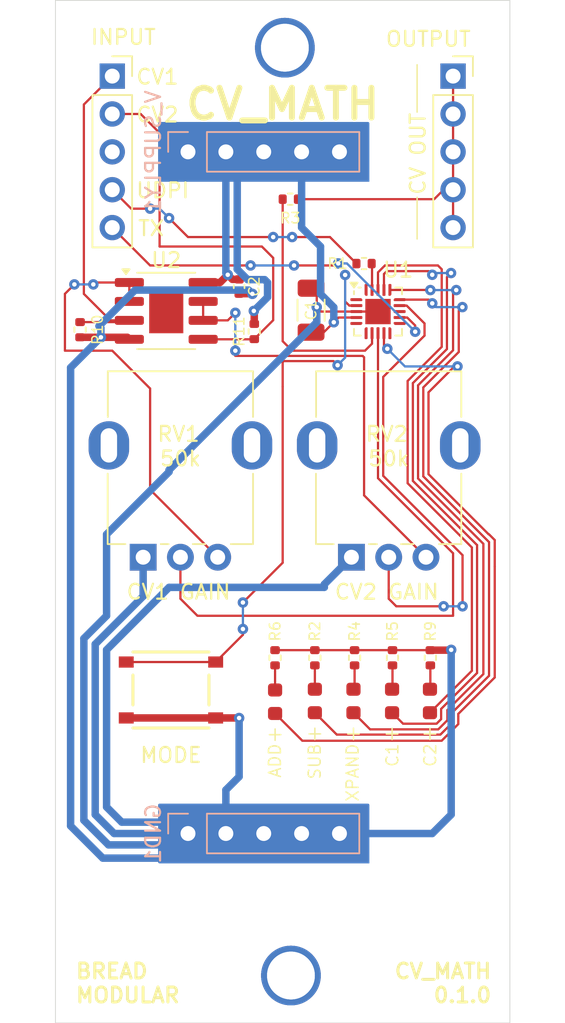
<source format=kicad_pcb>
(kicad_pcb (version 20240108) (generator "pcbnew") (generator_version "8.0")
  (layers (0 "F.Cu" signal) (31 "B.Cu" signal) (34 "B.Paste" user) (35 "F.Paste" user) (36 "B.SilkS" user "B.Silkscreen") (37 "F.SilkS" user "F.Silkscreen") (38 "B.Mask" user) (39 "F.Mask" user) (44 "Edge.Cuts" user))
  (net 0 "")
  (net 1 "GND")
  (net 2 "Net-(D1-K)")
  (net 3 "Net-(D1-A)")
  (net 4 "Net-(D2-A)")
  (net 5 "Net-(D2-K)")
  (net 6 "Net-(D3-K)")
  (net 7 "Net-(D3-A)")
  (net 8 "Net-(D4-K)")
  (net 9 "Net-(D4-A)")
  (net 10 "Net-(D5-K)")
  (net 11 "Net-(D5-A)")
  (net 12 "V_SUPPLY")
  (net 13 "UDPI")
  (net 14 "CV1")
  (net 15 "CV2")
  (net 16 "TX")
  (net 17 "Net-(MODE_TOGGLE1-A)")
  (net 18 "CV_OUT")
  (net 19 "Net-(U1-~{RESET}{slash}PA0)")
  (net 20 "Net-(U1-PA6)")
  (net 21 "BUFF_CV1")
  (net 22 "Net-(U2A--)")
  (net 23 "Net-(U2B--)")
  (net 24 "BUFF_CV2")
  (footprint "Package_SO:SOIC-8-1EP_3.9x4.9mm_P1.27mm_EP2.29x3mm" (layer "F.Cu") (at 54.421 61.468)
    (property "Reference" "U2" (at 0 -3.4 0) (layer "F.SilkS"))
    (property "Value" "MCP6002-xSN")
    (pad "1" smd roundrect (at -2.475 -1.905) (size 1.95 0.6) (layers "F.Cu" "F.Paste" "F.Mask") (net 22 "Net-(U2A--)"))
    (pad "2" smd roundrect (at -2.475 -0.635) (size 1.95 0.6) (layers "F.Cu" "F.Paste" "F.Mask") (net 22 "Net-(U2A--)"))
    (pad "3" smd roundrect (at -2.475 0.635) (size 1.95 0.6) (layers "F.Cu" "F.Paste" "F.Mask") (net 14 "CV1"))
    (pad "4" smd roundrect (at -2.475 1.905) (size 1.95 0.6) (layers "F.Cu" "F.Paste" "F.Mask") (net 1 "GND"))
    (pad "5" smd roundrect (at 2.475 1.905) (size 1.95 0.6) (layers "F.Cu" "F.Paste" "F.Mask") (net 15 "CV2"))
    (pad "6" smd roundrect (at 2.475 0.635) (size 1.95 0.6) (layers "F.Cu" "F.Paste" "F.Mask") (net 23 "Net-(U2B--)"))
    (pad "7" smd roundrect (at 2.475 -0.635) (size 1.95 0.6) (layers "F.Cu" "F.Paste" "F.Mask") (net 23 "Net-(U2B--)"))
    (pad "8" smd roundrect (at 2.475 -1.905) (size 1.95 0.6) (layers "F.Cu" "F.Paste" "F.Mask") (net 12 "V_SUPPLY"))
    (pad "9" smd rect (at 0 0) (size 2.29 3) (property pad_prop_heatsink) (layers "F.Cu" "F.Mask"))
  )
  (footprint "Resistor_SMD:R_0402_1005Metric" (layer "F.Cu") (at 64.389 84.7325 90)
    (property "Reference" "R2" (at 1.776 0 90) (layer "F.SilkS") (effects (font (size 0.7 0.7) (thickness 0.1))))
    (property "Value" "1k")
    (pad "1" smd roundrect (at -0.51 0 90) (size 0.54 0.64) (layers "F.Cu" "F.Paste" "F.Mask") (net 2 "Net-(D1-K)"))
    (pad "2" smd roundrect (at 0.51 0 90) (size 0.54 0.64) (layers "F.Cu" "F.Paste" "F.Mask") (net 1 "GND"))
  )
  (footprint "Capacitor_SMD:C_1206_3216Metric" (layer "F.Cu") (at 64.135 61.419 -90)
    (property "Reference" "C1" (at 0 0 90) (layer "F.SilkS") (effects (font (size 0.7 0.7) (thickness 0.1))))
    (property "Value" "100uf")
    (pad "1" smd roundrect (at -1.475 0 270) (size 1.15 1.8) (layers "F.Cu" "F.Paste" "F.Mask") (roundrect_rratio 0.217391) (net 1 "GND"))
    (pad "2" smd roundrect (at 1.475 0 270) (size 1.15 1.8) (layers "F.Cu" "F.Paste" "F.Mask") (roundrect_rratio 0.217391) (net 12 "V_SUPPLY"))
  )
  (footprint "Connector_PinSocket_2.54mm:PinSocket_1x05_P2.54mm_Vertical" (layer "F.Cu") (at 50.8 45.72)
    (property "Reference" "INPUT1")
    (property "Value" "Conn_01x05_Socket")
    (pad "1" thru_hole rect (at 0 0) (size 1.7 1.7) (drill 1) (layers "*.Cu" "*.Mask") (net 14 "CV1"))
    (pad "2" thru_hole oval (at 0 2.54) (size 1.7 1.7) (drill 1) (layers "*.Cu" "*.Mask") (net 15 "CV2"))
    (pad "3" thru_hole oval (at 0 5.08) (size 1.7 1.7) (drill 1) (layers "*.Cu" "*.Mask"))
    (pad "4" thru_hole oval (at 0 7.62) (size 1.7 1.7) (drill 1) (layers "*.Cu" "*.Mask") (net 13 "UDPI"))
    (pad "5" thru_hole oval (at 0 10.16) (size 1.7 1.7) (drill 1) (layers "*.Cu" "*.Mask") (net 16 "TX"))
  )
  (footprint "Resistor_SMD:R_0402_1005Metric" (layer "F.Cu") (at 61.72 84.7325 90)
    (property "Reference" "R6" (at 1.78 0.002 90) (layer "F.SilkS") (effects (font (size 0.7 0.7) (thickness 0.1))))
    (property "Value" "1k")
    (pad "1" smd roundrect (at -0.51 0 90) (size 0.54 0.64) (layers "F.Cu" "F.Paste" "F.Mask") (net 8 "Net-(D4-K)"))
    (pad "2" smd roundrect (at 0.51 0 90) (size 0.54 0.64) (layers "F.Cu" "F.Paste" "F.Mask") (net 1 "GND"))
  )
  (footprint "BreadModular_Pots:Potentiometer_RV09" (layer "F.Cu") (at 55.499 70.996)
    (property "Reference" "RV1" (at -0.254 -1.27 180) (layer "F.SilkS"))
    (property "Value" "50k" (at -0.127 0.381 180) (layer "F.SilkS"))
    (pad "" thru_hole oval (at -4.927 -0.508 180) (size 2.72 3.24) (drill oval 1.1 2.3) (layers "*.Cu" "*.Mask"))
    (pad "" thru_hole oval (at 4.673 -0.508 180) (size 2.72 3.24) (drill oval 1.1 2.3) (layers "*.Cu" "*.Mask"))
    (pad "1" thru_hole rect (at -2.627 6.992 180) (size 1.8 1.8) (drill 1) (layers "*.Cu" "*.Mask") (net 1 "GND"))
    (pad "2" thru_hole circle (at -0.127 6.992 180) (size 1.8 1.8) (drill 1) (layers "*.Cu" "*.Mask") (net 21 "BUFF_CV1"))
    (pad "3" thru_hole circle (at 2.373 6.992 180) (size 1.8 1.8) (drill 1) (layers "*.Cu" "*.Mask") (net 22 "Net-(U2A--)"))
  )
  (footprint "LED_SMD:LED_0603_1608Metric" (layer "F.Cu") (at 69.569 87.63 -90)
    (property "Reference" "D3")
    (property "Value" "LED_MODE_3")
    (fp_text user "+" (at 1.524 0.508 -90) (layer "F.SilkS") (effects (font (thickness 0.1)) (justify left bottom)))
    (pad "1" smd roundrect (at -0.7875 0 270) (size 0.875 0.95) (layers "F.Cu" "F.Paste" "F.Mask") (net 6 "Net-(D3-K)"))
    (pad "2" smd roundrect (at 0.7875 0 270) (size 0.875 0.95) (layers "F.Cu" "F.Paste" "F.Mask") (net 7 "Net-(D3-A)"))
  )
  (footprint "Package_DFN_QFN:VQFN-20-1EP_3x3mm_P0.4mm_EP1.7x1.7mm" (layer "F.Cu") (at 68.624 61.512)
    (property "Reference" "U1" (at 1.353 -2.8 360) (layer "F.SilkS"))
    (property "Value" "ATtiny1616-M")
    (pad "1" smd custom (at -1.45 -0.8) (size 0.143431 0.143431) (layers "F.Cu" "F.Paste" "F.Mask") (options (clearance outline) (anchor circle)) (primitives (gr_poly (pts (xy -0.35 -0.05) (xy 0.299289 -0.05) (xy 0.35 0.000711) (xy 0.35 0.05) (xy -0.35 0.05)) (width 0.1) (fill yes))))
    (pad "2" smd roundrect (at -1.45 -0.4) (size 0.8 0.2) (layers "F.Cu" "F.Paste" "F.Mask") (net 17 "Net-(MODE_TOGGLE1-A)"))
    (pad "3" smd roundrect (at -1.45 0) (size 0.8 0.2) (layers "F.Cu" "F.Paste" "F.Mask") (net 1 "GND"))
    (pad "4" smd roundrect (at -1.45 0.4) (size 0.8 0.2) (layers "F.Cu" "F.Paste" "F.Mask") (net 12 "V_SUPPLY"))
    (pad "5" smd custom (at -1.45 0.8) (size 0.143431 0.143431) (layers "F.Cu" "F.Paste" "F.Mask") (options (clearance outline) (anchor circle)) (primitives (gr_poly (pts (xy -0.35 -0.05) (xy 0.35 -0.05) (xy 0.35 -0.000711) (xy 0.299289 0.05) (xy -0.35 0.05)) (width 0.1) (fill yes))))
    (pad "6" smd custom (at -0.8 1.45) (size 0.143431 0.143431) (layers "F.Cu" "F.Paste" "F.Mask") (options (clearance outline) (anchor circle)) (primitives (gr_poly (pts (xy -0.05 -0.299289) (xy 0.000711 -0.35) (xy 0.05 -0.35) (xy 0.05 0.35) (xy -0.05 0.35)) (width 0.1) (fill yes))))
    (pad "7" smd roundrect (at -0.4 1.45) (size 0.2 0.8) (layers "F.Cu" "F.Paste" "F.Mask") (net 20 "Net-(U1-PA6)"))
    (pad "8" smd roundrect (at 0 1.45) (size 0.2 0.8) (layers "F.Cu" "F.Paste" "F.Mask") (net 21 "BUFF_CV1"))
    (pad "9" smd roundrect (at 0.4 1.45) (size 0.2 0.8) (layers "F.Cu" "F.Paste" "F.Mask") (net 9 "Net-(D4-A)"))
    (pad "10" smd custom (at 0.8 1.45) (size 0.143431 0.143431) (layers "F.Cu" "F.Paste" "F.Mask") (options (clearance outline) (anchor circle)) (primitives (gr_poly (pts (xy -0.05 -0.35) (xy -0.000711 -0.35) (xy 0.05 -0.299289) (xy 0.05 0.35) (xy -0.05 0.35)) (width 0.1) (fill yes))))
    (pad "11" smd custom (at 1.45 0.8) (size 0.143431 0.143431) (layers "F.Cu" "F.Paste" "F.Mask") (options (clearance outline) (anchor circle)) (primitives (gr_poly (pts (xy -0.35 -0.05) (xy 0.35 -0.05) (xy 0.35 0.05) (xy -0.299289 0.05) (xy -0.35 -0.000711)) (width 0.1) (fill yes))))
    (pad "12" smd roundrect (at 1.45 0.4) (size 0.8 0.2) (layers "F.Cu" "F.Paste" "F.Mask") (net 16 "TX"))
    (pad "13" smd roundrect (at 1.45 0) (size 0.8 0.2) (layers "F.Cu" "F.Paste" "F.Mask"))
    (pad "14" smd roundrect (at 1.45 -0.4) (size 0.8 0.2) (layers "F.Cu" "F.Paste" "F.Mask") (net 24 "BUFF_CV2"))
    (pad "15" smd custom (at 1.45 -0.8) (size 0.143431 0.143431) (layers "F.Cu" "F.Paste" "F.Mask") (net 3 "Net-(D1-A)") (options (clearance outline) (anchor circle)) (primitives (gr_poly (pts (xy -0.35 0.000711) (xy -0.299289 -0.05) (xy 0.35 -0.05) (xy 0.35 0.05) (xy -0.35 0.05)) (width 0.1) (fill yes))))
    (pad "16" smd custom (at 0.8 -1.45) (size 0.143431 0.143431) (layers "F.Cu" "F.Paste" "F.Mask") (net 4 "Net-(D2-A)") (options (clearance outline) (anchor circle)) (primitives (gr_poly (pts (xy -0.05 -0.35) (xy 0.05 -0.35) (xy 0.05 0.299289) (xy -0.000711 0.35) (xy -0.05 0.35)) (width 0.1) (fill yes))))
    (pad "17" smd roundrect (at 0.4 -1.45) (size 0.2 0.8) (layers "F.Cu" "F.Paste" "F.Mask") (net 7 "Net-(D3-A)"))
    (pad "18" smd roundrect (at 0 -1.45) (size 0.2 0.8) (layers "F.Cu" "F.Paste" "F.Mask") (net 11 "Net-(D5-A)"))
    (pad "19" smd roundrect (at -0.4 -1.45) (size 0.2 0.8) (layers "F.Cu" "F.Paste" "F.Mask") (net 19 "Net-(U1-~{RESET}{slash}PA0)"))
    (pad "20" smd custom (at -0.8 -1.45) (size 0.143431 0.143431) (layers "F.Cu" "F.Paste" "F.Mask") (options (clearance outline) (anchor circle)) (primitives (gr_poly (pts (xy -0.05 -0.35) (xy 0.05 -0.35) (xy 0.05 0.35) (xy 0.000711 0.35) (xy -0.05 0.299289)) (width 0.1) (fill yes))))
    (pad "21" smd rect (at 0 0) (size 1.7 1.7) (property pad_prop_heatsink) (layers "F.Cu" "F.Mask") (net 1 "GND"))
  )
  (footprint "Resistor_SMD:R_0402_1005Metric" (layer "F.Cu") (at 67.054 84.7325 90)
    (property "Reference" "R4" (at 1.776 0.002 90) (layer "F.SilkS") (effects (font (size 0.7 0.7) (thickness 0.1))))
    (property "Value" "1k")
    (pad "1" smd roundrect (at -0.51 0 90) (size 0.54 0.64) (layers "F.Cu" "F.Paste" "F.Mask") (net 5 "Net-(D2-K)"))
    (pad "2" smd roundrect (at 0.51 0 90) (size 0.54 0.64) (layers "F.Cu" "F.Paste" "F.Mask") (net 1 "GND"))
  )
  (footprint "Resistor_SMD:R_0402_1005Metric" (layer "F.Cu") (at 67.689 58.293 180)
    (property "Reference" "R1" (at 1.776 0 360) (layer "F.SilkS") (effects (font (size 0.7 0.7) (thickness 0.1))))
    (property "Value" "4.7k")
    (pad "1" smd roundrect (at -0.51 0 180) (size 0.54 0.64) (layers "F.Cu" "F.Paste" "F.Mask") (net 19 "Net-(U1-~{RESET}{slash}PA0)"))
    (pad "2" smd roundrect (at 0.51 0 180) (size 0.54 0.64) (layers "F.Cu" "F.Paste" "F.Mask") (net 13 "UDPI"))
  )
  (footprint "BreadModular_MISC:SPST_TS-1187A-B-A-B" (layer "F.Cu") (at 54.737 86.8935)
    (property "Reference" "MODE_TOGGLE1")
    (property "Value" "SW_SPST")
    (pad "1" smd rect (at -3 -1.875) (size 1 0.75) (layers "F.Cu" "F.Paste" "F.Mask") (net 17 "Net-(MODE_TOGGLE1-A)"))
    (pad "1" smd rect (at 3 -1.875) (size 1 0.75) (layers "F.Cu" "F.Paste" "F.Mask") (net 17 "Net-(MODE_TOGGLE1-A)"))
    (pad "2" smd rect (at -3 1.875) (size 1 0.75) (layers "F.Cu" "F.Paste" "F.Mask") (net 1 "GND"))
    (pad "2" smd rect (at 3 1.875) (size 1 0.75) (layers "F.Cu" "F.Paste" "F.Mask") (net 1 "GND"))
  )
  (footprint "LED_SMD:LED_0603_1608Metric" (layer "F.Cu") (at 66.979 87.63 -90)
    (property "Reference" "D2")
    (property "Value" "LED_MODE_2")
    (fp_text user "+" (at 1.524 0.508 -90) (layer "F.SilkS") (effects (font (thickness 0.1)) (justify left bottom)))
    (pad "1" smd roundrect (at -0.7875 0 270) (size 0.875 0.95) (layers "F.Cu" "F.Paste" "F.Mask") (net 5 "Net-(D2-K)"))
    (pad "2" smd roundrect (at 0.7875 0 270) (size 0.875 0.95) (layers "F.Cu" "F.Paste" "F.Mask") (net 4 "Net-(D2-A)"))
  )
  (footprint "Resistor_SMD:R_0402_1005Metric" (layer "F.Cu") (at 72.136 84.7325 90)
    (property "Reference" "R9" (at 1.776 0 90) (layer "F.SilkS") (effects (font (size 0.7 0.7) (thickness 0.1))))
    (property "Value" "1k")
    (pad "1" smd roundrect (at -0.51 0 90) (size 0.54 0.64) (layers "F.Cu" "F.Paste" "F.Mask") (net 10 "Net-(D5-K)"))
    (pad "2" smd roundrect (at 0.51 0 90) (size 0.54 0.64) (layers "F.Cu" "F.Paste" "F.Mask") (net 1 "GND"))
  )
  (footprint "LED_SMD:LED_0603_1608Metric" (layer "F.Cu") (at 61.722 87.681 -90)
    (property "Reference" "D4")
    (property "Value" "LED_MODE_0")
    (fp_text user "+" (at 1.524 0.508 -90) (layer "F.SilkS") (effects (font (thickness 0.1)) (justify left bottom)))
    (pad "1" smd roundrect (at -0.7875 0 270) (size 0.875 0.95) (layers "F.Cu" "F.Paste" "F.Mask") (net 8 "Net-(D4-K)"))
    (pad "2" smd roundrect (at 0.7875 0 270) (size 0.875 0.95) (layers "F.Cu" "F.Paste" "F.Mask") (net 9 "Net-(D4-A)"))
  )
  (footprint "Resistor_SMD:R_0402_1005Metric" (layer "F.Cu") (at 62.74 53.975)
    (property "Reference" "R3" (at 0 1.27 0) (layer "F.SilkS") (effects (font (size 0.7 0.7) (thickness 0.1))))
    (property "Value" "1k")
    (pad "1" smd roundrect (at -0.51 0) (size 0.54 0.64) (layers "F.Cu" "F.Paste" "F.Mask") (net 20 "Net-(U1-PA6)"))
    (pad "2" smd roundrect (at 0.51 0) (size 0.54 0.64) (layers "F.Cu" "F.Paste" "F.Mask") (net 18 "CV_OUT"))
  )
  (footprint "LED_SMD:LED_0603_1608Metric" (layer "F.Cu") (at 64.389 87.63 -90)
    (property "Reference" "D1")
    (property "Value" "LED_MODE_1")
    (fp_text user "+" (at 1.524 0.508 -90) (layer "F.SilkS") (effects (font (thickness 0.1)) (justify left bottom)))
    (pad "1" smd roundrect (at -0.7875 0 270) (size 0.875 0.95) (layers "F.Cu" "F.Paste" "F.Mask") (net 2 "Net-(D1-K)"))
    (pad "2" smd roundrect (at 0.7875 0 270) (size 0.875 0.95) (layers "F.Cu" "F.Paste" "F.Mask") (net 3 "Net-(D1-A)"))
  )
  (footprint "LED_SMD:LED_0603_1608Metric" (layer "F.Cu") (at 72.109 87.63 -90)
    (property "Reference" "D5")
    (property "Value" "LED_MODE_4")
    (fp_text user "+" (at 1.524 0.508 -90) (layer "F.SilkS") (effects (font (thickness 0.1)) (justify left bottom)))
    (pad "1" smd roundrect (at -0.7875 0 270) (size 0.875 0.95) (layers "F.Cu" "F.Paste" "F.Mask") (net 10 "Net-(D5-K)"))
    (pad "2" smd roundrect (at 0.7875 0 270) (size 0.875 0.95) (layers "F.Cu" "F.Paste" "F.Mask") (net 11 "Net-(D5-A)"))
  )
  (footprint "Capacitor_SMD:C_0402_1005Metric" (layer "F.Cu") (at 59.309 59.833 -90)
    (property "Reference" "C2" (at 0 -1.016 90) (layer "F.SilkS") (effects (font (size 0.7 0.7) (thickness 0.1))))
    (property "Value" "0.1uf")
    (pad "1" smd roundrect (at -0.48 0 270) (size 0.56 0.62) (layers "F.Cu" "F.Paste" "F.Mask") (net 12 "V_SUPPLY"))
    (pad "2" smd roundrect (at 0.48 0 270) (size 0.56 0.62) (layers "F.Cu" "F.Paste" "F.Mask") (net 1 "GND"))
  )
  (footprint "Resistor_SMD:R_0402_1005Metric" (layer "F.Cu") (at 69.596 84.7325 90)
    (property "Reference" "R5" (at 1.776 0 90) (layer "F.SilkS") (effects (font (size 0.7 0.7) (thickness 0.1))))
    (property "Value" "1k")
    (pad "1" smd roundrect (at -0.51 0 90) (size 0.54 0.64) (layers "F.Cu" "F.Paste" "F.Mask") (net 6 "Net-(D3-K)"))
    (pad "2" smd roundrect (at 0.51 0 90) (size 0.54 0.64) (layers "F.Cu" "F.Paste" "F.Mask") (net 1 "GND"))
  )
  (footprint "Resistor_SMD:R_0402_1005Metric" (layer "F.Cu") (at 60.325 62.851 -90)
    (property "Reference" "R11" (at 0 1.016 90) (layer "F.SilkS") (effects (font (size 0.7 0.7) (thickness 0.1))))
    (property "Value" "100k")
    (pad "1" smd roundrect (at -0.51 0 270) (size 0.54 0.64) (layers "F.Cu" "F.Paste" "F.Mask") (net 12 "V_SUPPLY"))
    (pad "2" smd roundrect (at 0.51 0 270) (size 0.54 0.64) (layers "F.Cu" "F.Paste" "F.Mask") (net 15 "CV2"))
  )
  (footprint "Connector_PinSocket_2.54mm:PinSocket_1x05_P2.54mm_Vertical" (layer "F.Cu") (at 73.66 45.72)
    (property "Reference" "OUTPUT1")
    (property "Value" "Conn_01x05_Socket")
    (pad "1" thru_hole rect (at 0 0) (size 1.7 1.7) (drill 1) (layers "*.Cu" "*.Mask") (net 18 "CV_OUT"))
    (pad "2" thru_hole oval (at 0 2.54) (size 1.7 1.7) (drill 1) (layers "*.Cu" "*.Mask") (net 18 "CV_OUT"))
    (pad "3" thru_hole oval (at 0 5.08) (size 1.7 1.7) (drill 1) (layers "*.Cu" "*.Mask") (net 18 "CV_OUT"))
    (pad "4" thru_hole oval (at 0 7.62) (size 1.7 1.7) (drill 1) (layers "*.Cu" "*.Mask") (net 18 "CV_OUT"))
    (pad "5" thru_hole oval (at 0 10.16) (size 1.7 1.7) (drill 1) (layers "*.Cu" "*.Mask") (net 18 "CV_OUT"))
  )
  (footprint "Resistor_SMD:R_0402_1005Metric" (layer "F.Cu") (at 48.641 62.728 -90)
    (property "Reference" "R10" (at 0 -1.17 90) (layer "F.SilkS") (effects (font (size 0.7 0.7) (thickness 0.1))))
    (property "Value" "100k")
    (pad "1" smd roundrect (at -0.51 0 270) (size 0.54 0.64) (layers "F.Cu" "F.Paste" "F.Mask") (net 14 "CV1"))
    (pad "2" smd roundrect (at 0.51 0 270) (size 0.54 0.64) (layers "F.Cu" "F.Paste" "F.Mask") (net 1 "GND"))
  )
  (footprint "BreadModular_Pots:Potentiometer_RV09" (layer "F.Cu") (at 69.469 70.996)
    (property "Reference" "RV2" (at -0.254 -1.27 180) (layer "F.SilkS"))
    (property "Value" "50k" (at -0.127 0.381 180) (layer "F.SilkS"))
    (pad "" thru_hole oval (at -4.927 -0.508 180) (size 2.72 3.24) (drill oval 1.1 2.3) (layers "*.Cu" "*.Mask"))
    (pad "" thru_hole oval (at 4.673 -0.508 180) (size 2.72 3.24) (drill oval 1.1 2.3) (layers "*.Cu" "*.Mask"))
    (pad "1" thru_hole rect (at -2.627 6.992 180) (size 1.8 1.8) (drill 1) (layers "*.Cu" "*.Mask") (net 1 "GND"))
    (pad "2" thru_hole circle (at -0.127 6.992 180) (size 1.8 1.8) (drill 1) (layers "*.Cu" "*.Mask") (net 24 "BUFF_CV2"))
    (pad "3" thru_hole circle (at 2.373 6.992 180) (size 1.8 1.8) (drill 1) (layers "*.Cu" "*.Mask") (net 23 "Net-(U2B--)"))
  )
  (footprint "BreadModular_MISC:Power_Connector" (layer "B.Cu") (at 55.88 50.8 -90)
    (property "Reference" "V_SUPPLY1" (at 0 2.33 90) (layer "B.SilkS") (effects (justify mirror)))
    (property "Value" "Conn_01x05_Pin")
    (pad "1" thru_hole rect (at 0 0 270) (size 2 2) (drill 1) (layers "*.Cu" "*.Mask") (net 12 "V_SUPPLY"))
    (pad "2" thru_hole oval (at 0 -2.54 270) (size 2 2) (drill 1) (layers "*.Cu" "*.Mask") (net 12 "V_SUPPLY"))
    (pad "3" thru_hole oval (at 0 -5.08 270) (size 2 2) (drill 1) (layers "*.Cu" "*.Mask") (net 12 "V_SUPPLY"))
    (pad "4" thru_hole oval (at 0 -7.62 270) (size 2 2) (drill 1) (layers "*.Cu" "*.Mask") (net 12 "V_SUPPLY"))
    (pad "5" thru_hole oval (at 0 -10.16 270) (size 2 2) (drill 1) (layers "*.Cu" "*.Mask") (net 12 "V_SUPPLY"))
  )
  (footprint "BreadModular_MISC:Power_Connector" (layer "B.Cu") (at 55.88 96.52 -90)
    (property "Reference" "GND1" (at 0 2.33 90) (layer "B.SilkS") (effects (justify mirror)))
    (property "Value" "Conn_01x05_Pin")
    (pad "1" thru_hole rect (at 0 0 270) (size 2 2) (drill 1) (layers "*.Cu" "*.Mask") (net 1 "GND"))
    (pad "2" thru_hole oval (at 0 -2.54 270) (size 2 2) (drill 1) (layers "*.Cu" "*.Mask") (net 1 "GND"))
    (pad "3" thru_hole oval (at 0 -5.08 270) (size 2 2) (drill 1) (layers "*.Cu" "*.Mask") (net 1 "GND"))
    (pad "4" thru_hole oval (at 0 -7.62 270) (size 2 2) (drill 1) (layers "*.Cu" "*.Mask") (net 1 "GND"))
    (pad "5" thru_hole oval (at 0 -10.16 270) (size 2 2) (drill 1) (layers "*.Cu" "*.Mask") (net 1 "GND"))
  )
  (gr_poly (pts (xy 53.975 94.615) (xy 67.945 94.615) (xy 67.945 98.425) (xy 53.975 98.425)) (stroke (width 0.2)) (fill solid) (layer "B.Cu") (net 1))
  (gr_poly (pts (xy 67.945 52.705) (xy 53.975 52.705) (xy 53.975 48.895) (xy 67.945 48.895)) (stroke (width 0.2)) (fill solid) (layer "B.Cu") (net 12))
  (gr_line (start 71.247 53.848) (end 71.247 56.642) (stroke (width 0.1)) (layer "F.SilkS"))
  (gr_line (start 71.247 48.133) (end 71.247 44.958) (stroke (width 0.1)) (layer "F.SilkS"))
  (gr_line (start 46.99 109.22) (end 77.47 109.22) (stroke (width 0.05)) (layer "Edge.Cuts"))
  (gr_line (start 77.47 40.64) (end 46.99 40.64) (stroke (width 0.05)) (layer "Edge.Cuts"))
  (gr_line (start 46.99 40.64) (end 46.99 109.22) (stroke (width 0.05)) (layer "Edge.Cuts"))
  (gr_line (start 77.47 109.22) (end 77.47 40.64) (stroke (width 0.05)) (layer "Edge.Cuts"))
  (gr_text "MODE" (at 54.737 91.8465 0) (layer "F.SilkS") (effects (font (size 1 1)) (justify bottom)))
  (gr_text "C2" (at 72.594 90.424 90) (layer "F.SilkS") (effects (font (size 0.8 0.8) (thickness 0.1)) (justify right bottom)))
  (gr_text "INPUT" (at 49.276 43.688 0) (layer "F.SilkS") (effects (font (size 1 1)) (justify left bottom)))
  (gr_text "XPAND" (at 67.387 90.424 90) (layer "F.SilkS") (effects (font (size 0.8 0.8) (thickness 0.1)) (justify right bottom)))
  (gr_text "UDPI" (at 52.324 53.975 0) (layer "F.SilkS") (effects (font (size 1 1)) (justify left bottom)))
  (gr_text "CV_MATH\n0.1.0" (at 76.327 107.95 0) (layer "F.SilkS") (effects (font (size 1 1) (thickness 0.2) (bold yes)) (justify right bottom)))
  (gr_text "CV_MATH" (at 62.23 48.768 0) (layer "F.SilkS") (effects (font (size 2 2) (thickness 0.4) (bold yes)) (justify bottom)))
  (gr_text "TX" (at 52.451 56.515 0) (layer "F.SilkS") (effects (font (size 1 1)) (justify left bottom)))
  (gr_text "CV1 GAIN" (at 55.245 80.899 0) (layer "F.SilkS") (effects (font (size 1 1)) (justify bottom)))
  (gr_text "CV OUT" (at 71.882 50.927 90) (layer "F.SilkS") (effects (font (size 1 1)) (justify bottom)))
  (gr_text "CV1" (at 52.324 46.355 0) (layer "F.SilkS") (effects (font (size 1 1)) (justify left bottom)))
  (gr_text "CV2 GAIN" (at 69.215 80.899 0) (layer "F.SilkS") (effects (font (size 1 1)) (justify bottom)))
  (gr_text "ADD" (at 62.18 90.424 90) (layer "F.SilkS") (effects (font (size 0.8 0.8) (thickness 0.1)) (justify right bottom)))
  (gr_text "OUTPUT" (at 74.93 43.815 0) (layer "F.SilkS") (effects (font (size 1 1)) (justify right bottom)))
  (gr_text "C1" (at 70.054 90.424 90) (layer "F.SilkS") (effects (font (size 0.8 0.8) (thickness 0.1)) (justify right bottom)))
  (gr_text "SUB" (at 64.847 90.424 90) (layer "F.SilkS") (effects (font (size 0.8 0.8) (thickness 0.1)) (justify right bottom)))
  (gr_text "CV2" (at 52.324 48.895 0) (layer "F.SilkS") (effects (font (size 1 1)) (justify left bottom)))
  (gr_text "BREAD\nMODULAR" (at 48.26 107.95 0) (layer "F.SilkS") (effects (font (size 1 1) (thickness 0.2) (bold yes)) (justify left bottom)))
  (via (at 62.37758 43.815) (size 4) (drill 3.2) (layers "F.Cu" "B.Cu") (net 0))
  (via (at 62.784908 106.045) (size 4) (drill 3.2) (layers "F.Cu" "B.Cu") (net 0))
  (via (at 62.37758 43.815) (size 4) (drill 3.2) (layers "F.Cu" "B.Cu") (net 0))
  (via (at 62.784908 106.045) (size 4) (drill 3.2) (layers "F.Cu" "B.Cu") (net 0))
  (via (at 62.784908 106.045) (size 4) (drill 3.2) (layers "F.Cu" "B.Cu") (net 0))
  (via (at 62.784908 106.045) (size 4) (drill 3.2) (layers "F.Cu" "B.Cu") (net 0))
  (via (at 62.37758 43.815) (size 4) (drill 3.2) (layers "F.Cu" "B.Cu") (net 0))
  (via (at 62.37758 43.815) (size 4) (drill 3.2) (layers "F.Cu" "B.Cu") (net 0))
  (segment (start 73.5115 84.2225) (end 73.533 84.201) (width 0.15) (layer "F.Cu") (net 1))
  (segment (start 55.88 96.52) (end 66.04 96.52) (width 0.5) (layer "F.Cu") (net 1))
  (segment (start 64.516 61.214) (end 64.814 61.512) (width 0.15) (layer "F.Cu") (net 1))
  (segment (start 59.309 60.313) (end 60.186 60.313) (width 0.5) (layer "F.Cu") (net 1))
  (segment (start 64.135 59.944) (end 64.516 60.325) (width 0.15) (layer "F.Cu") (net 1))
  (segment (start 51.737 88.7685) (end 57.737 88.7685) (width 0.5) (layer "F.Cu") (net 1))
  (segment (start 50.038 63.238) (end 51.811 63.238) (width 0.5) (layer "F.Cu") (net 1))
  (segment (start 57.737 88.7685) (end 59.3045 88.7685) (width 0.5) (layer "F.Cu") (net 1))
  (segment (start 72.136 84.2225) (end 73.5115 84.2225) (width 0.5) (layer "F.Cu") (net 1))
  (segment (start 51.811 63.238) (end 51.946 63.373) (width 0.5) (layer "F.Cu") (net 1))
  (segment (start 59.3045 88.7685) (end 59.309 88.773) (width 0.5) (layer "F.Cu") (net 1))
  (segment (start 67.174 61.512) (end 68.624 61.512) (width 0.15) (layer "F.Cu") (net 1))
  (segment (start 64.814 61.512) (end 67.174 61.512) (width 0.15) (layer "F.Cu") (net 1))
  (segment (start 61.72 84.2225) (end 72.136 84.2225) (width 0.15) (layer "F.Cu") (net 1))
  (segment (start 64.516 60.325) (end 64.516 61.214) (width 0.15) (layer "F.Cu") (net 1))
  (segment (start 60.186 60.313) (end 60.198 60.325) (width 0.5) (layer "F.Cu") (net 1))
  (segment (start 48.641 63.238) (end 50.038 63.238) (width 0.5) (layer "F.Cu") (net 1))
  (via (at 64.516 61.214) (size 0.7) (drill 0.3) (layers "F.Cu" "B.Cu") (net 1))
  (via (at 50.038 63.238) (size 0.7) (drill 0.3) (layers "F.Cu" "B.Cu") (net 1))
  (via (at 59.309 88.773) (size 0.7) (drill 0.3) (layers "F.Cu" "B.Cu") (net 1))
  (via (at 60.198 60.325) (size 0.7) (drill 0.3) (layers "F.Cu" "B.Cu") (net 1))
  (via (at 73.533 84.201) (size 0.7) (drill 0.3) (layers "F.Cu" "B.Cu") (net 1))
  (segment (start 66.04 96.52) (end 72.263 96.52) (width 0.5) (layer "B.Cu") (net 1))
  (segment (start 55.118 97.282) (end 55.88 96.52) (width 0.5) (layer "B.Cu") (net 1))
  (segment (start 54.61 72.263) (end 50.419 76.454) (width 0.5) (layer "B.Cu") (net 1))
  (segment (start 48.006 96.012) (end 50.165 98.171) (width 0.5) (layer "B.Cu") (net 1))
  (segment (start 65.024 79.806) (end 65.024 80.01) (width 0.5) (layer "B.Cu") (net 1))
  (segment (start 52.324 60.071) (end 49.911 62.484) (width 0.5) (layer "B.Cu") (net 1))
  (segment (start 54.61 80.01) (end 50.419 84.201) (width 0.5) (layer "B.Cu") (net 1))
  (segment (start 48.006 65.27) (end 48.006 96.012) (width 0.5) (layer "B.Cu") (net 1))
  (segment (start 55.118 95.758) (end 55.88 96.52) (width 0.5) (layer "B.Cu") (net 1))
  (segment (start 64.516 61.214) (end 64.516 62.23) (width 0.5) (layer "B.Cu") (net 1))
  (segment (start 50.419 94.742) (end 51.435 95.758) (width 0.5) (layer "B.Cu") (net 1))
  (segment (start 58.42 93.599) (end 58.42 96.52) (width 0.5) (layer "B.Cu") (net 1))
  (segment (start 50.419 76.454) (end 50.419 81.915) (width 0.5) (layer "B.Cu") (net 1))
  (segment (start 49.911 62.484) (end 50.038 62.611) (width 0.5) (layer "B.Cu") (net 1))
  (segment (start 49.657 83.82) (end 49.657 95.25) (width 0.5) (layer "B.Cu") (net 1))
  (segment (start 55.626 98.171) (end 55.626 96.774) (width 0.5) (layer "B.Cu") (net 1))
  (segment (start 48.895 95.631) (end 50.546 97.282) (width 0.5) (layer "B.Cu") (net 1))
  (segment (start 73.533 95.25) (end 73.533 84.201) (width 0.5) (layer "B.Cu") (net 1))
  (segment (start 50.546 97.282) (end 55.118 97.282) (width 0.5) (layer "B.Cu") (net 1))
  (segment (start 66.842 77.988) (end 65.024 79.806) (width 0.5) (layer "B.Cu") (net 1))
  (segment (start 50.165 98.171) (end 55.626 98.171) (width 0.5) (layer "B.Cu") (net 1))
  (segment (start 51.435 95.758) (end 55.118 95.758) (width 0.5) (layer "B.Cu") (net 1))
  (segment (start 64.516 62.23) (end 54.61 72.136) (width 0.5) (layer "B.Cu") (net 1))
  (segment (start 59.944 60.071) (end 52.324 60.071) (width 0.5) (layer "B.Cu") (net 1))
  (segment (start 49.657 95.25) (end 50.927 96.52) (width 0.5) (layer "B.Cu") (net 1))
  (segment (start 72.263 96.52) (end 73.533 95.25) (width 0.5) (layer "B.Cu") (net 1))
  (segment (start 55.626 96.774) (end 55.88 96.52) (width 0.5) (layer "B.Cu") (net 1))
  (segment (start 59.309 88.773) (end 59.309 92.71) (width 0.5) (layer "B.Cu") (net 1))
  (segment (start 52.872 77.988) (end 52.872 80.605) (width 0.5) (layer "B.Cu") (net 1))
  (segment (start 59.309 92.71) (end 58.42 93.599) (width 0.5) (layer "B.Cu") (net 1))
  (segment (start 50.038 63.238) (end 48.006 65.27) (width 0.5) (layer "B.Cu") (net 1))
  (segment (start 50.419 81.915) (end 48.895 83.439) (width 0.5) (layer "B.Cu") (net 1))
  (segment (start 60.198 60.325) (end 59.944 60.071) (width 0.5) (layer "B.Cu") (net 1))
  (segment (start 50.927 96.52) (end 55.88 96.52) (width 0.5) (layer "B.Cu") (net 1))
  (segment (start 50.419 84.201) (end 50.419 94.742) (width 0.5) (layer "B.Cu") (net 1))
  (segment (start 52.872 80.605) (end 49.657 83.82) (width 0.5) (layer "B.Cu") (net 1))
  (segment (start 48.895 83.439) (end 48.895 95.631) (width 0.5) (layer "B.Cu") (net 1))
  (segment (start 65.024 80.01) (end 54.61 80.01) (width 0.5) (layer "B.Cu") (net 1))
  (segment (start 54.61 72.136) (end 54.61 72.263) (width 0.5) (layer "B.Cu") (net 1))
  (segment (start 50.038 62.611) (end 50.038 63.238) (width 0.5) (layer "B.Cu") (net 1))
  (segment (start 64.389 85.2425) (end 64.389 86.8425) (width 0.15) (layer "F.Cu") (net 2))
  (segment (start 76.073 85.938422) (end 76.073 76.975026) (width 0.15) (layer "F.Cu") (net 3))
  (segment (start 74.041 61.458) (end 74.285 61.214) (width 0.15) (layer "F.Cu") (net 3))
  (segment (start 72.472974 65.790949) (end 72.472975 65.790949) (width 0.15) (layer "F.Cu") (net 3))
  (segment (start 76.073 76.975026) (end 71.662 72.564026) (width 0.15) (layer "F.Cu") (net 3))
  (segment (start 71.662 66.601923) (end 72.472974 65.790949) (width 0.15) (layer "F.Cu") (net 3))
  (segment (start 65.8565 89.885) (end 72.81078 89.885) (width 0.15) (layer "F.Cu") (net 3))
  (segment (start 73.66 88.351422) (end 76.073 85.938422) (width 0.15) (layer "F.Cu") (net 3))
  (segment (start 72.472975 65.790949) (end 74.041 64.222924) (width 0.15) (layer "F.Cu") (net 3))
  (segment (start 72.26328 60.961957) (end 72.013323 60.712) (width 0.15) (layer "F.Cu") (net 3))
  (segment (start 73.66 89.03578) (end 73.66 88.351422) (width 0.15) (layer "F.Cu") (net 3))
  (segment (start 72.81078 89.885) (end 73.66 89.03578) (width 0.15) (layer "F.Cu") (net 3))
  (segment (start 74.041 64.222924) (end 74.041 61.458) (width 0.15) (layer "F.Cu") (net 3))
  (segment (start 71.662 72.564026) (end 71.662 66.601923) (width 0.15) (layer "F.Cu") (net 3))
  (segment (start 72.013323 60.712) (end 70.074 60.712) (width 0.15) (layer "F.Cu") (net 3))
  (segment (start 64.389 88.4175) (end 65.8565 89.885) (width 0.15) (layer "F.Cu") (net 3))
  (via (at 72.26328 60.961957) (size 0.7) (drill 0.3) (layers "F.Cu" "B.Cu") (net 3))
  (via (at 74.285 61.214) (size 0.7) (drill 0.3) (layers "F.Cu" "B.Cu") (net 3))
  (segment (start 72.515323 61.214) (end 72.26328 60.961957) (width 0.15) (layer "B.Cu") (net 3))
  (segment (start 74.285 61.214) (end 72.515323 61.214) (width 0.15) (layer "B.Cu") (net 3))
  (segment (start 75.692 77.089) (end 71.312 72.709) (width 0.15) (layer "F.Cu") (net 4))
  (segment (start 73.66 60.284) (end 73.873 60.071) (width 0.15) (layer "F.Cu") (net 4))
  (segment (start 75.692 85.824448) (end 75.692 77.089) (width 0.15) (layer "F.Cu") (net 4))
  (segment (start 68.0965 89.535) (end 72.665805 89.535) (width 0.15) (layer "F.Cu") (net 4))
  (segment (start 72.665805 89.535) (end 73.279 88.921805) (width 0.15) (layer "F.Cu") (net 4))
  (segment (start 73.279 88.237448) (end 75.692 85.824448) (width 0.15) (layer "F.Cu") (net 4))
  (segment (start 72.136 60.071) (end 72.127 60.062) (width 0.15) (layer "F.Cu") (net 4))
  (segment (start 71.312 66.456948) (end 72.122974 65.645974) (width 0.15) (layer "F.Cu") (net 4))
  (segment (start 73.66 64.108949) (end 73.66 60.284) (width 0.15) (layer "F.Cu") (net 4))
  (segment (start 73.279 88.921805) (end 73.279 88.237448) (width 0.15) (layer "F.Cu") (net 4))
  (segment (start 72.127 60.062) (end 69.424 60.062) (width 0.15) (layer "F.Cu") (net 4))
  (segment (start 66.979 88.4175) (end 68.0965 89.535) (width 0.15) (layer "F.Cu") (net 4))
  (segment (start 72.122974 65.645974) (end 72.122975 65.645974) (width 0.15) (layer "F.Cu") (net 4))
  (segment (start 72.122975 65.645974) (end 73.66 64.108949) (width 0.15) (layer "F.Cu") (net 4))
  (segment (start 71.312 72.709) (end 71.312 66.456948) (width 0.15) (layer "F.Cu") (net 4))
  (via (at 72.136 60.071) (size 0.7) (drill 0.3) (layers "F.Cu" "B.Cu") (net 4))
  (via (at 73.873 60.071) (size 0.7) (drill 0.3) (layers "F.Cu" "B.Cu") (net 4))
  (segment (start 73.873 60.071) (end 72.136 60.071) (width 0.15) (layer "B.Cu") (net 4))
  (segment (start 67.054 86.7675) (end 66.979 86.8425) (width 0.15) (layer "F.Cu") (net 5))
  (segment (start 67.054 85.2425) (end 67.054 86.7675) (width 0.15) (layer "F.Cu") (net 5))
  (segment (start 69.596 86.8155) (end 69.569 86.8425) (width 0.15) (layer "F.Cu") (net 6))
  (segment (start 69.596 85.2425) (end 69.596 86.8155) (width 0.15) (layer "F.Cu") (net 6))
  (segment (start 72.446988 64.826987) (end 73.248 64.025975) (width 0.15) (layer "F.Cu") (net 7))
  (segment (start 69.215 58.801) (end 69.024 58.992) (width 0.15) (layer "F.Cu") (net 7))
  (segment (start 69.024 58.992) (end 69.024 60.062) (width 0.15) (layer "F.Cu") (net 7))
  (segment (start 72.859 88.162474) (end 75.27 85.751474) (width 0.15) (layer "F.Cu") (net 7))
  (segment (start 72.263 59.045) (end 72.019 58.801) (width 0.15) (layer "F.Cu") (net 7))
  (segment (start 75.27 77.175) (end 70.962 72.867) (width 0.15) (layer "F.Cu") (net 7))
  (segment (start 72.019 58.801) (end 69.215 58.801) (width 0.15) (layer "F.Cu") (net 7))
  (segment (start 75.27 85.751474) (end 75.27 77.175) (width 0.15) (layer "F.Cu") (net 7))
  (segment (start 70.962 66.311974) (end 72.446988 64.826987) (width 0.15) (layer "F.Cu") (net 7))
  (segment (start 73.248 59.203) (end 73.523 58.928) (width 0.15) (layer "F.Cu") (net 7))
  (segment (start 72.55183 89.154) (end 72.859 88.84683) (width 0.15) (layer "F.Cu") (net 7))
  (segment (start 70.3055 89.154) (end 72.55183 89.154) (width 0.15) (layer "F.Cu") (net 7))
  (segment (start 73.248 64.025975) (end 73.248 59.203) (width 0.15) (layer "F.Cu") (net 7))
  (segment (start 69.569 88.4175) (end 70.3055 89.154) (width 0.15) (layer "F.Cu") (net 7))
  (segment (start 70.962 72.867) (end 70.962 66.311974) (width 0.15) (layer "F.Cu") (net 7))
  (segment (start 72.859 88.84683) (end 72.859 88.162474) (width 0.15) (layer "F.Cu") (net 7))
  (via (at 72.263 59.045) (size 0.7) (drill 0.3) (layers "F.Cu" "B.Cu") (net 7))
  (via (at 73.523 58.928) (size 0.7) (drill 0.3) (layers "F.Cu" "B.Cu") (net 7))
  (segment (start 73.523 58.928) (end 72.38 58.928) (width 0.15) (layer "B.Cu") (net 7))
  (segment (start 72.38 58.928) (end 72.263 59.045) (width 0.15) (layer "B.Cu") (net 7))
  (segment (start 61.72 85.2425) (end 61.72 86.8915) (width 0.15) (layer "F.Cu") (net 8))
  (segment (start 61.72 86.8915) (end 61.722 86.8935) (width 0.15) (layer "F.Cu") (net 8))
  (segment (start 72.893755 90.297) (end 73.16078 90.029975) (width 0.15) (layer "F.Cu") (net 9))
  (segment (start 75.919198 86.587198) (end 75.919199 86.587198) (width 0.15) (layer "F.Cu") (net 9))
  (segment (start 72.012 72.419052) (end 72.012 66.929) (width 0.15) (layer "F.Cu") (net 9))
  (segment (start 76.454 86.052397) (end 76.454 78.613) (width 0.15) (layer "F.Cu") (net 9))
  (segment (start 74.01 89.180755) (end 74.01 88.646) (width 0.15) (layer "F.Cu") (net 9))
  (segment (start 76.073 76.454) (end 76.046948 76.454) (width 0.15) (layer "F.Cu") (net 9))
  (segment (start 73.16078 90.029975) (end 74.01 89.180755) (width 0.15) (layer "F.Cu") (net 9))
  (segment (start 61.722 88.4685) (end 63.5505 90.297) (width 0.15) (layer "F.Cu") (net 9))
  (segment (start 63.5505 90.297) (end 66.929 90.297) (width 0.15) (layer "F.Cu") (net 9))
  (segment (start 76.454 76.835) (end 76.073 76.454) (width 0.15) (layer "F.Cu") (net 9))
  (segment (start 76.454 78.613) (end 76.454 76.835) (width 0.15) (layer "F.Cu") (net 9))
  (segment (start 75.919199 86.587198) (end 76.454 86.052397) (width 0.15) (layer "F.Cu") (net 9))
  (segment (start 76.046948 76.454) (end 72.186474 72.593526) (width 0.15) (layer "F.Cu") (net 9))
  (segment (start 72.012 66.929) (end 73.748595 65.192405) (width 0.15) (layer "F.Cu") (net 9))
  (segment (start 73.748595 65.192405) (end 73.955403 65.192405) (width 0.15) (layer "F.Cu") (net 9))
  (segment (start 74.01 88.496396) (end 75.919198 86.587198) (width 0.15) (layer "F.Cu") (net 9))
  (segment (start 69.024 63.783) (end 69.024 62.962) (width 0.15) (layer "F.Cu") (net 9))
  (segment (start 69.249 64.008) (end 69.024 63.783) (width 0.15) (layer "F.Cu") (net 9))
  (segment (start 66.929 90.297) (end 72.893755 90.297) (width 0.15) (layer "F.Cu") (net 9))
  (segment (start 72.186474 72.593526) (end 72.012 72.419052) (width 0.15) (layer "F.Cu") (net 9))
  (segment (start 74.01 88.646) (end 74.01 88.496396) (width 0.15) (layer "F.Cu") (net 9))
  (via (at 73.955403 65.192405) (size 0.7) (drill 0.3) (layers "F.Cu" "B.Cu") (net 9))
  (via (at 69.249 64.008) (size 0.7) (drill 0.3) (layers "F.Cu" "B.Cu") (net 9))
  (segment (start 70.433405 65.192405) (end 69.249 64.008) (width 0.15) (layer "B.Cu") (net 9))
  (segment (start 73.955403 65.192405) (end 70.433405 65.192405) (width 0.15) (layer "B.Cu") (net 9))
  (segment (start 72.136 85.2425) (end 72.136 86.8155) (width 0.15) (layer "F.Cu") (net 10))
  (segment (start 72.136 86.8155) (end 72.109 86.8425) (width 0.15) (layer "F.Cu") (net 10))
  (segment (start 70.612 66.167) (end 72.898 63.881) (width 0.15) (layer "F.Cu") (net 11))
  (segment (start 69.088 58.42) (end 68.624 58.884) (width 0.15) (layer "F.Cu") (net 11))
  (segment (start 74.92 77.333) (end 70.612 73.025) (width 0.15) (layer "F.Cu") (net 11))
  (segment (start 74.92 85.6065) (end 74.92 77.333) (width 0.15) (layer "F.Cu") (net 11))
  (segment (start 72.898 58.674) (end 72.644 58.42) (width 0.15) (layer "F.Cu") (net 11))
  (segment (start 68.624 58.884) (end 68.624 60.062) (width 0.15) (layer "F.Cu") (net 11))
  (segment (start 72.644 58.42) (end 69.088 58.42) (width 0.15) (layer "F.Cu") (net 11))
  (segment (start 72.898 63.881) (end 72.898 58.674) (width 0.15) (layer "F.Cu") (net 11))
  (segment (start 72.109 88.4175) (end 74.92 85.6065) (width 0.15) (layer "F.Cu") (net 11))
  (segment (start 70.612 73.025) (end 70.612 66.167) (width 0.15) (layer "F.Cu") (net 11))
  (segment (start 65.977 61.912) (end 65.659 62.23) (width 0.15) (layer "F.Cu") (net 12))
  (segment (start 58.029 59.563) (end 58.547 59.045) (width 0.5) (layer "F.Cu") (net 12))
  (segment (start 56.896 59.563) (end 58.029 59.563) (width 0.5) (layer "F.Cu") (net 12))
  (segment (start 58.855 59.353) (end 59.309 59.353) (width 0.5) (layer "F.Cu") (net 12))
  (segment (start 65.659 62.23) (end 64.995 62.894) (width 0.15) (layer "F.Cu") (net 12))
  (segment (start 55.88 50.8) (end 66.04 50.8) (width 0.5) (layer "F.Cu") (net 12))
  (segment (start 64.995 62.894) (end 64.135 62.894) (width 0.15) (layer "F.Cu") (net 12))
  (segment (start 60.325 61.498) (end 60.295 61.468) (width 0.5) (layer "F.Cu") (net 12))
  (segment (start 60.325 62.341) (end 60.325 61.498) (width 0.5) (layer "F.Cu") (net 12))
  (segment (start 67.174 61.912) (end 65.977 61.912) (width 0.15) (layer "F.Cu") (net 12))
  (segment (start 58.547 59.045) (end 58.855 59.353) (width 0.5) (layer "F.Cu") (net 12))
  (via (at 58.547 59.045) (size 0.7) (drill 0.3) (layers "F.Cu" "B.Cu") (net 12))
  (via (at 60.295 61.468) (size 0.7) (drill 0.3) (layers "F.Cu" "B.Cu") (net 12))
  (via (at 65.659 62.23) (size 0.7) (drill 0.3) (layers "F.Cu" "B.Cu") (net 12))
  (segment (start 65.659 61.225629) (end 65.659 62.23) (width 0.5) (layer "B.Cu") (net 12))
  (segment (start 61.022 59.371) (end 61.214 59.563) (width 0.5) (layer "B.Cu") (net 12))
  (segment (start 59.879 59.371) (end 61.022 59.371) (width 0.5) (layer "B.Cu") (net 12))
  (segment (start 61.214 60.549) (end 60.295 61.468) (width 0.5) (layer "B.Cu") (net 12))
  (segment (start 59.182 58.674) (end 59.879 59.371) (width 0.5) (layer "B.Cu") (net 12))
  (segment (start 58.547 59.045) (end 58.42 58.918) (width 0.5) (layer "B.Cu") (net 12))
  (segment (start 59.182 52.578) (end 59.182 58.674) (width 0.5) (layer "B.Cu") (net 12))
  (segment (start 63.5 50.8) (end 63.5 55.88) (width 0.5) (layer "B.Cu") (net 12))
  (segment (start 64.77 57.15) (end 64.77 60.336629) (width 0.5) (layer "B.Cu") (net 12))
  (segment (start 64.77 60.336629) (end 65.659 61.225629) (width 0.5) (layer "B.Cu") (net 12))
  (segment (start 60.96 50.8) (end 59.182 52.578) (width 0.5) (layer "B.Cu") (net 12))
  (segment (start 63.5 55.88) (end 64.77 57.15) (width 0.5) (layer "B.Cu") (net 12))
  (segment (start 58.42 58.918) (end 58.42 50.8) (width 0.5) (layer "B.Cu") (net 12))
  (segment (start 61.214 59.563) (end 61.214 60.549) (width 0.5) (layer "B.Cu") (net 12))
  (segment (start 65.405 56.519) (end 67.179 58.293) (width 0.15) (layer "F.Cu") (net 13))
  (segment (start 65.405 56.515) (end 65.405 56.519) (width 0.15) (layer "F.Cu") (net 13))
  (segment (start 62.865 56.515) (end 65.405 56.515) (width 0.15) (layer "F.Cu") (net 13))
  (segment (start 54.61 55.245) (end 55.88 56.515) (width 0.15) (layer "F.Cu") (net 13))
  (segment (start 55.88 56.515) (end 61.595 56.515) (width 0.15) (layer "F.Cu") (net 13))
  (segment (start 52.07 54.61) (end 53.34 54.61) (width 0.15) (layer "F.Cu") (net 13))
  (segment (start 50.8 53.34) (end 52.07 54.61) (width 0.15) (layer "F.Cu") (net 13))
  (via (at 53.34 54.61) (size 0.7) (drill 0.3) (layers "F.Cu" "B.Cu") (net 13))
  (via (at 54.61 55.245) (size 0.7) (drill 0.3) (layers "F.Cu" "B.Cu") (net 13))
  (via (at 62.865 56.515) (size 0.7) (drill 0.3) (layers "F.Cu" "B.Cu") (net 13))
  (via (at 61.595 56.515) (size 0.7) (drill 0.3) (layers "F.Cu" "B.Cu") (net 13))
  (segment (start 53.975 54.61) (end 54.61 55.245) (width 0.15) (layer "B.Cu") (net 13))
  (segment (start 53.34 54.61) (end 53.975 54.61) (width 0.15) (layer "B.Cu") (net 13))
  (segment (start 61.595 56.515) (end 62.865 56.515) (width 0.15) (layer "B.Cu") (net 13))
  (segment (start 51.831 62.218) (end 51.946 62.103) (width 0.15) (layer "F.Cu") (net 14))
  (segment (start 50.8 45.72) (end 48.895 47.625) (width 0.15) (layer "F.Cu") (net 14))
  (segment (start 48.641 62.218) (end 51.831 62.218) (width 0.15) (layer "F.Cu") (net 14))
  (segment (start 50.673 62.103) (end 51.946 62.103) (width 0.15) (layer "F.Cu") (net 14))
  (segment (start 48.895 60.325) (end 50.673 62.103) (width 0.15) (layer "F.Cu") (net 14))
  (segment (start 48.895 47.625) (end 48.895 60.325) (width 0.15) (layer "F.Cu") (net 14))
  (segment (start 56.896 63.373) (end 60.313 63.373) (width 0.15) (layer "F.Cu") (net 15))
  (segment (start 52.705 48.26) (end 50.8 48.26) (width 0.15) (layer "F.Cu") (net 15))
  (segment (start 53.975 57.15) (end 53.975 49.53) (width 0.15) (layer "F.Cu") (net 15))
  (segment (start 61.595 62.091) (end 61.595 57.912) (width 0.15) (layer "F.Cu") (net 15))
  (segment (start 61.595 57.912) (end 60.833 57.15) (width 0.15) (layer "F.Cu") (net 15))
  (segment (start 60.325 63.361) (end 61.595 62.091) (width 0.15) (layer "F.Cu") (net 15))
  (segment (start 60.833 57.15) (end 53.975 57.15) (width 0.15) (layer "F.Cu") (net 15))
  (segment (start 53.975 49.53) (end 52.705 48.26) (width 0.15) (layer "F.Cu") (net 15))
  (segment (start 60.313 63.373) (end 60.325 63.361) (width 0.15) (layer "F.Cu") (net 15))
  (segment (start 53.34 58.42) (end 50.8 55.88) (width 0.15) (layer "F.Cu") (net 16))
  (segment (start 65.821207 58.42) (end 62.992 58.42) (width 0.15) (layer "F.Cu") (net 16))
  (segment (start 65.957953 58.283254) (end 65.821207 58.42) (width 0.15) (layer "F.Cu") (net 16))
  (segment (start 60.076117 58.420001) (end 60.076116 58.42) (width 0.15) (layer "F.Cu") (net 16))
  (segment (start 70.585006 61.912) (end 70.074 61.912) (width 0.15) (layer "F.Cu") (net 16))
  (segment (start 71.12 62.865) (end 71.12 62.446994) (width 0.15) (layer "F.Cu") (net 16))
  (segment (start 71.12 62.446994) (end 70.585006 61.912) (width 0.15) (layer "F.Cu") (net 16))
  (segment (start 60.076116 58.42) (end 53.34 58.42) (width 0.15) (layer "F.Cu") (net 16))
  (via (at 71.12 62.865) (size 0.7) (drill 0.3) (layers "F.Cu" "B.Cu") (net 16))
  (via (at 62.992 58.42) (size 0.7) (drill 0.3) (layers "F.Cu" "B.Cu") (net 16))
  (via (at 60.076117 58.420001) (size 0.7) (drill 0.3) (layers "F.Cu" "B.Cu") (net 16))
  (via (at 65.957953 58.283254) (size 0.7) (drill 0.3) (layers "F.Cu" "B.Cu") (net 16))
  (segment (start 66.538254 58.283254) (end 71.12 62.865) (width 0.15) (layer "B.Cu") (net 16))
  (segment (start 65.957953 58.283254) (end 66.538254 58.283254) (width 0.15) (layer "B.Cu") (net 16))
  (segment (start 60.076118 58.42) (end 62.992 58.42) (width 0.15) (layer "B.Cu") (net 16))
  (segment (start 60.076117 58.420001) (end 60.076118 58.42) (width 0.15) (layer "B.Cu") (net 16))
  (segment (start 66.421 60.832224) (end 66.700776 61.112) (width 0.15) (layer "F.Cu") (net 17))
  (segment (start 66.421 59.055) (end 66.421 60.832224) (width 0.15) (layer "F.Cu") (net 17))
  (segment (start 59.563 81.026) (end 62.23 78.359) (width 0.15) (layer "F.Cu") (net 17))
  (segment (start 59.563 83.1925) (end 59.563 82.804) (width 0.15) (layer "F.Cu") (net 17))
  (segment (start 62.357 64.835) (end 65.638 64.835) (width 0.15) (layer "F.Cu") (net 17))
  (segment (start 65.638 64.835) (end 65.913 65.11) (width 0.15) (layer "F.Cu") (net 17))
  (segment (start 62.23 78.359) (end 62.23 66.548) (width 0.15) (layer "F.Cu") (net 17))
  (segment (start 62.23 64.897) (end 62.292 64.835) (width 0.15) (layer "F.Cu") (net 17))
  (segment (start 57.737 85.0185) (end 51.737 85.0185) (width 0.15) (layer "F.Cu") (net 17))
  (segment (start 62.292 64.835) (end 62.357 64.835) (width 0.15) (layer "F.Cu") (net 17))
  (segment (start 66.700776 61.112) (end 67.174 61.112) (width 0.15) (layer "F.Cu") (net 17))
  (segment (start 57.737 85.0185) (end 59.563 83.1925) (width 0.15) (layer "F.Cu") (net 17))
  (segment (start 62.23 66.548) (end 62.23 64.897) (width 0.15) (layer "F.Cu") (net 17))
  (via (at 65.913 65.11) (size 0.7) (drill 0.3) (layers "F.Cu" "B.Cu") (net 17))
  (via (at 59.563 81.026) (size 0.7) (drill 0.3) (layers "F.Cu" "B.Cu") (net 17))
  (via (at 59.563 82.804) (size 0.7) (drill 0.3) (layers "F.Cu" "B.Cu") (net 17))
  (via (at 66.421 59.055) (size 0.7) (drill 0.3) (layers "F.Cu" "B.Cu") (net 17))
  (segment (start 66.421 59.055) (end 66.421 64.602) (width 0.15) (layer "B.Cu") (net 17))
  (segment (start 66.421 64.602) (end 65.913 65.11) (width 0.15) (layer "B.Cu") (net 17))
  (segment (start 59.563 82.804) (end 59.563 81.026) (width 0.15) (layer "B.Cu") (net 17))
  (segment (start 73.025 53.34) (end 72.39 53.975) (width 0.15) (layer "F.Cu") (net 18))
  (segment (start 73.66 53.34) (end 73.025 53.34) (width 0.15) (layer "F.Cu") (net 18))
  (segment (start 73.66 45.72) (end 73.66 55.88) (width 0.15) (layer "F.Cu") (net 18))
  (segment (start 72.39 53.975) (end 63.25 53.975) (width 0.15) (layer "F.Cu") (net 18))
  (segment (start 68.224 58.318) (end 68.224 60.062) (width 0.15) (layer "F.Cu") (net 19))
  (segment (start 68.199 58.293) (end 68.224 58.318) (width 0.15) (layer "F.Cu") (net 19))
  (segment (start 68.224 63.664503) (end 68.224 62.962) (width 0.15) (layer "F.Cu") (net 20))
  (segment (start 62.23 63.5) (end 62.865 64.135) (width 0.15) (layer "F.Cu") (net 20))
  (segment (start 67.753503 64.135) (end 68.224 63.664503) (width 0.15) (layer "F.Cu") (net 20))
  (segment (start 62.865 64.135) (end 67.753503 64.135) (width 0.15) (layer "F.Cu") (net 20))
  (segment (start 62.23 53.975) (end 62.23 63.5) (width 0.15) (layer "F.Cu") (net 20))
  (segment (start 73.66 81.915) (end 73.66 77.724) (width 0.15) (layer "F.Cu") (net 21))
  (segment (start 56.515 81.915) (end 73.66 81.915) (width 0.15) (layer "F.Cu") (net 21))
  (segment (start 73.66 77.724) (end 68.624 72.688) (width 0.15) (layer "F.Cu") (net 21))
  (segment (start 55.372 77.988) (end 55.372 80.772) (width 0.15) (layer "F.Cu") (net 21))
  (segment (start 68.624 72.688) (end 68.624 62.962) (width 0.15) (layer "F.Cu") (net 21))
  (segment (start 55.372 80.772) (end 56.515 81.915) (width 0.15) (layer "F.Cu") (net 21))
  (segment (start 57.872 77.988) (end 53.34 73.456) (width 0.15) (layer "F.Cu") (net 22))
  (segment (start 53.34 73.456) (end 53.34 66.675) (width 0.15) (layer "F.Cu") (net 22))
  (segment (start 47.625 64.135) (end 47.625 60.325) (width 0.15) (layer "F.Cu") (net 22))
  (segment (start 49.53 59.69) (end 49.657 59.563) (width 0.15) (layer "F.Cu") (net 22))
  (segment (start 53.34 66.675) (end 50.8 64.135) (width 0.15) (layer "F.Cu") (net 22))
  (segment (start 50.8 64.135) (end 47.625 64.135) (width 0.15) (layer "F.Cu") (net 22))
  (segment (start 51.946 59.563) (end 51.946 60.833) (width 0.15) (layer "F.Cu") (net 22))
  (segment (start 49.657 59.563) (end 51.946 59.563) (width 0.15) (layer "F.Cu") (net 22))
  (segment (start 47.625 60.325) (end 48.26 59.69) (width 0.15) (layer "F.Cu") (net 22))
  (via (at 48.26 59.69) (size 0.7) (drill 0.3) (layers "F.Cu" "B.Cu") (net 22))
  (via (at 49.53 59.69) (size 0.7) (drill 0.3) (layers "F.Cu" "B.Cu") (net 22))
  (segment (start 48.26 59.69) (end 49.53 59.69) (width 0.15) (layer "B.Cu") (net 22))
  (segment (start 59.055 64.485) (end 59.055 64.135) (width 0.15) (layer "F.Cu") (net 23))
  (segment (start 67.595 64.485) (end 59.055 64.485) (width 0.15) (layer "F.Cu") (net 23))
  (segment (start 56.896 60.833) (end 56.896 62.103) (width 0.15) (layer "F.Cu") (net 23))
  (segment (start 71.842 77.988) (end 67.691 73.837) (width 0.15) (layer "F.Cu") (net 23))
  (segment (start 67.691 64.581) (end 67.595 64.485) (width 0.15) (layer "F.Cu") (net 23))
  (segment (start 67.691 73.837) (end 67.691 64.581) (width 0.15) (layer "F.Cu") (net 23))
  (segment (start 59.055 61.595) (end 58.547 62.103) (width 0.15) (layer "F.Cu") (net 23))
  (segment (start 58.547 62.103) (end 56.896 62.103) (width 0.15) (layer "F.Cu") (net 23))
  (via (at 59.055 64.135) (size 0.7) (drill 0.3) (layers "F.Cu" "B.Cu") (net 23))
  (via (at 59.055 61.595) (size 0.7) (drill 0.3) (layers "F.Cu" "B.Cu") (net 23))
  (segment (start 59.055 64.135) (end 59.055 61.595) (width 0.15) (layer "B.Cu") (net 23))
  (segment (start 74.295 77.851) (end 68.974 72.53) (width 0.15) (layer "F.Cu") (net 24))
  (segment (start 70.547224 61.112) (end 70.074 61.112) (width 0.15) (layer "F.Cu") (net 24))
  (segment (start 71.745 62.309776) (end 70.547224 61.112) (width 0.15) (layer "F.Cu") (net 24))
  (segment (start 69.85 81.28) (end 73.025 81.28) (width 0.15) (layer "F.Cu") (net 24))
  (segment (start 69.342 77.988) (end 69.342 80.772) (width 0.15) (layer "F.Cu") (net 24))
  (segment (start 71.745 63.123884) (end 71.745 62.309776) (width 0.15) (layer "F.Cu") (net 24))
  (segment (start 68.974 72.53) (end 68.974 65.894884) (width 0.15) (layer "F.Cu") (net 24))
  (segment (start 69.342 80.772) (end 69.85 81.28) (width 0.15) (layer "F.Cu") (net 24))
  (segment (start 74.295 81.28) (end 74.295 77.851) (width 0.15) (layer "F.Cu") (net 24))
  (segment (start 68.974 65.894884) (end 71.745 63.123884) (width 0.15) (layer "F.Cu") (net 24))
  (via (at 73.025 81.28) (size 0.7) (drill 0.3) (layers "F.Cu" "B.Cu") (net 24))
  (via (at 74.295 81.28) (size 0.7) (drill 0.3) (layers "F.Cu" "B.Cu") (net 24))
  (segment (start 73.025 81.28) (end 74.295 81.28) (width 0.15) (layer "B.Cu") (net 24))
)
</source>
